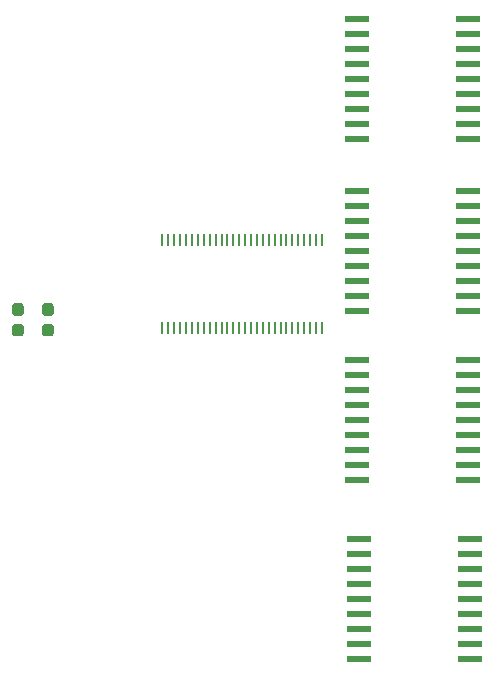
<source format=gtp>
G04 #@! TF.GenerationSoftware,KiCad,Pcbnew,(5.1.5)-3*
G04 #@! TF.CreationDate,2020-04-29T17:43:41-04:00*
G04 #@! TF.ProjectId,ufcs,75666373-2e6b-4696-9361-645f70636258,rev?*
G04 #@! TF.SameCoordinates,Original*
G04 #@! TF.FileFunction,Paste,Top*
G04 #@! TF.FilePolarity,Positive*
%FSLAX46Y46*%
G04 Gerber Fmt 4.6, Leading zero omitted, Abs format (unit mm)*
G04 Created by KiCad (PCBNEW (5.1.5)-3) date 2020-04-29 17:43:41*
%MOMM*%
%LPD*%
G04 APERTURE LIST*
%ADD10C,0.100000*%
%ADD11R,2.000000X0.600000*%
%ADD12R,0.285000X1.000000*%
G04 APERTURE END LIST*
D10*
G36*
X130372279Y-114778144D02*
G01*
X130395334Y-114781563D01*
X130417943Y-114787227D01*
X130439887Y-114795079D01*
X130460957Y-114805044D01*
X130480948Y-114817026D01*
X130499668Y-114830910D01*
X130516938Y-114846562D01*
X130532590Y-114863832D01*
X130546474Y-114882552D01*
X130558456Y-114902543D01*
X130568421Y-114923613D01*
X130576273Y-114945557D01*
X130581937Y-114968166D01*
X130585356Y-114991221D01*
X130586500Y-115014500D01*
X130586500Y-115589500D01*
X130585356Y-115612779D01*
X130581937Y-115635834D01*
X130576273Y-115658443D01*
X130568421Y-115680387D01*
X130558456Y-115701457D01*
X130546474Y-115721448D01*
X130532590Y-115740168D01*
X130516938Y-115757438D01*
X130499668Y-115773090D01*
X130480948Y-115786974D01*
X130460957Y-115798956D01*
X130439887Y-115808921D01*
X130417943Y-115816773D01*
X130395334Y-115822437D01*
X130372279Y-115825856D01*
X130349000Y-115827000D01*
X129874000Y-115827000D01*
X129850721Y-115825856D01*
X129827666Y-115822437D01*
X129805057Y-115816773D01*
X129783113Y-115808921D01*
X129762043Y-115798956D01*
X129742052Y-115786974D01*
X129723332Y-115773090D01*
X129706062Y-115757438D01*
X129690410Y-115740168D01*
X129676526Y-115721448D01*
X129664544Y-115701457D01*
X129654579Y-115680387D01*
X129646727Y-115658443D01*
X129641063Y-115635834D01*
X129637644Y-115612779D01*
X129636500Y-115589500D01*
X129636500Y-115014500D01*
X129637644Y-114991221D01*
X129641063Y-114968166D01*
X129646727Y-114945557D01*
X129654579Y-114923613D01*
X129664544Y-114902543D01*
X129676526Y-114882552D01*
X129690410Y-114863832D01*
X129706062Y-114846562D01*
X129723332Y-114830910D01*
X129742052Y-114817026D01*
X129762043Y-114805044D01*
X129783113Y-114795079D01*
X129805057Y-114787227D01*
X129827666Y-114781563D01*
X129850721Y-114778144D01*
X129874000Y-114777000D01*
X130349000Y-114777000D01*
X130372279Y-114778144D01*
G37*
G36*
X130372279Y-113028144D02*
G01*
X130395334Y-113031563D01*
X130417943Y-113037227D01*
X130439887Y-113045079D01*
X130460957Y-113055044D01*
X130480948Y-113067026D01*
X130499668Y-113080910D01*
X130516938Y-113096562D01*
X130532590Y-113113832D01*
X130546474Y-113132552D01*
X130558456Y-113152543D01*
X130568421Y-113173613D01*
X130576273Y-113195557D01*
X130581937Y-113218166D01*
X130585356Y-113241221D01*
X130586500Y-113264500D01*
X130586500Y-113839500D01*
X130585356Y-113862779D01*
X130581937Y-113885834D01*
X130576273Y-113908443D01*
X130568421Y-113930387D01*
X130558456Y-113951457D01*
X130546474Y-113971448D01*
X130532590Y-113990168D01*
X130516938Y-114007438D01*
X130499668Y-114023090D01*
X130480948Y-114036974D01*
X130460957Y-114048956D01*
X130439887Y-114058921D01*
X130417943Y-114066773D01*
X130395334Y-114072437D01*
X130372279Y-114075856D01*
X130349000Y-114077000D01*
X129874000Y-114077000D01*
X129850721Y-114075856D01*
X129827666Y-114072437D01*
X129805057Y-114066773D01*
X129783113Y-114058921D01*
X129762043Y-114048956D01*
X129742052Y-114036974D01*
X129723332Y-114023090D01*
X129706062Y-114007438D01*
X129690410Y-113990168D01*
X129676526Y-113971448D01*
X129664544Y-113951457D01*
X129654579Y-113930387D01*
X129646727Y-113908443D01*
X129641063Y-113885834D01*
X129637644Y-113862779D01*
X129636500Y-113839500D01*
X129636500Y-113264500D01*
X129637644Y-113241221D01*
X129641063Y-113218166D01*
X129646727Y-113195557D01*
X129654579Y-113173613D01*
X129664544Y-113152543D01*
X129676526Y-113132552D01*
X129690410Y-113113832D01*
X129706062Y-113096562D01*
X129723332Y-113080910D01*
X129742052Y-113067026D01*
X129762043Y-113055044D01*
X129783113Y-113045079D01*
X129805057Y-113037227D01*
X129827666Y-113031563D01*
X129850721Y-113028144D01*
X129874000Y-113027000D01*
X130349000Y-113027000D01*
X130372279Y-113028144D01*
G37*
G36*
X132912279Y-113028144D02*
G01*
X132935334Y-113031563D01*
X132957943Y-113037227D01*
X132979887Y-113045079D01*
X133000957Y-113055044D01*
X133020948Y-113067026D01*
X133039668Y-113080910D01*
X133056938Y-113096562D01*
X133072590Y-113113832D01*
X133086474Y-113132552D01*
X133098456Y-113152543D01*
X133108421Y-113173613D01*
X133116273Y-113195557D01*
X133121937Y-113218166D01*
X133125356Y-113241221D01*
X133126500Y-113264500D01*
X133126500Y-113839500D01*
X133125356Y-113862779D01*
X133121937Y-113885834D01*
X133116273Y-113908443D01*
X133108421Y-113930387D01*
X133098456Y-113951457D01*
X133086474Y-113971448D01*
X133072590Y-113990168D01*
X133056938Y-114007438D01*
X133039668Y-114023090D01*
X133020948Y-114036974D01*
X133000957Y-114048956D01*
X132979887Y-114058921D01*
X132957943Y-114066773D01*
X132935334Y-114072437D01*
X132912279Y-114075856D01*
X132889000Y-114077000D01*
X132414000Y-114077000D01*
X132390721Y-114075856D01*
X132367666Y-114072437D01*
X132345057Y-114066773D01*
X132323113Y-114058921D01*
X132302043Y-114048956D01*
X132282052Y-114036974D01*
X132263332Y-114023090D01*
X132246062Y-114007438D01*
X132230410Y-113990168D01*
X132216526Y-113971448D01*
X132204544Y-113951457D01*
X132194579Y-113930387D01*
X132186727Y-113908443D01*
X132181063Y-113885834D01*
X132177644Y-113862779D01*
X132176500Y-113839500D01*
X132176500Y-113264500D01*
X132177644Y-113241221D01*
X132181063Y-113218166D01*
X132186727Y-113195557D01*
X132194579Y-113173613D01*
X132204544Y-113152543D01*
X132216526Y-113132552D01*
X132230410Y-113113832D01*
X132246062Y-113096562D01*
X132263332Y-113080910D01*
X132282052Y-113067026D01*
X132302043Y-113055044D01*
X132323113Y-113045079D01*
X132345057Y-113037227D01*
X132367666Y-113031563D01*
X132390721Y-113028144D01*
X132414000Y-113027000D01*
X132889000Y-113027000D01*
X132912279Y-113028144D01*
G37*
G36*
X132912279Y-114778144D02*
G01*
X132935334Y-114781563D01*
X132957943Y-114787227D01*
X132979887Y-114795079D01*
X133000957Y-114805044D01*
X133020948Y-114817026D01*
X133039668Y-114830910D01*
X133056938Y-114846562D01*
X133072590Y-114863832D01*
X133086474Y-114882552D01*
X133098456Y-114902543D01*
X133108421Y-114923613D01*
X133116273Y-114945557D01*
X133121937Y-114968166D01*
X133125356Y-114991221D01*
X133126500Y-115014500D01*
X133126500Y-115589500D01*
X133125356Y-115612779D01*
X133121937Y-115635834D01*
X133116273Y-115658443D01*
X133108421Y-115680387D01*
X133098456Y-115701457D01*
X133086474Y-115721448D01*
X133072590Y-115740168D01*
X133056938Y-115757438D01*
X133039668Y-115773090D01*
X133020948Y-115786974D01*
X133000957Y-115798956D01*
X132979887Y-115808921D01*
X132957943Y-115816773D01*
X132935334Y-115822437D01*
X132912279Y-115825856D01*
X132889000Y-115827000D01*
X132414000Y-115827000D01*
X132390721Y-115825856D01*
X132367666Y-115822437D01*
X132345057Y-115816773D01*
X132323113Y-115808921D01*
X132302043Y-115798956D01*
X132282052Y-115786974D01*
X132263332Y-115773090D01*
X132246062Y-115757438D01*
X132230410Y-115740168D01*
X132216526Y-115721448D01*
X132204544Y-115701457D01*
X132194579Y-115680387D01*
X132186727Y-115658443D01*
X132181063Y-115635834D01*
X132177644Y-115612779D01*
X132176500Y-115589500D01*
X132176500Y-115014500D01*
X132177644Y-114991221D01*
X132181063Y-114968166D01*
X132186727Y-114945557D01*
X132194579Y-114923613D01*
X132204544Y-114902543D01*
X132216526Y-114882552D01*
X132230410Y-114863832D01*
X132246062Y-114846562D01*
X132263332Y-114830910D01*
X132282052Y-114817026D01*
X132302043Y-114805044D01*
X132323113Y-114795079D01*
X132345057Y-114787227D01*
X132367666Y-114781563D01*
X132390721Y-114778144D01*
X132414000Y-114777000D01*
X132889000Y-114777000D01*
X132912279Y-114778144D01*
G37*
D11*
X158977600Y-133007100D03*
X158977600Y-134277100D03*
X158977600Y-135547100D03*
X158977600Y-136817100D03*
X158977600Y-138087100D03*
X158977600Y-139357100D03*
X158977600Y-140627100D03*
X158977600Y-141897100D03*
X158977600Y-143167100D03*
X168377600Y-143167100D03*
X168377600Y-141897100D03*
X168377600Y-140627100D03*
X168377600Y-139357100D03*
X168377600Y-138087100D03*
X168377600Y-136817100D03*
X168377600Y-135547100D03*
X168377600Y-134277100D03*
X168377600Y-133007100D03*
X168225200Y-103543100D03*
X168225200Y-104813100D03*
X168225200Y-106083100D03*
X168225200Y-107353100D03*
X168225200Y-108623100D03*
X168225200Y-109893100D03*
X168225200Y-111163100D03*
X168225200Y-112433100D03*
X168225200Y-113703100D03*
X158825200Y-113703100D03*
X158825200Y-112433100D03*
X158825200Y-111163100D03*
X158825200Y-109893100D03*
X158825200Y-108623100D03*
X158825200Y-107353100D03*
X158825200Y-106083100D03*
X158825200Y-104813100D03*
X158825200Y-103543100D03*
X168250600Y-88963500D03*
X168250600Y-90233500D03*
X168250600Y-91503500D03*
X168250600Y-92773500D03*
X168250600Y-94043500D03*
X168250600Y-95313500D03*
X168250600Y-96583500D03*
X168250600Y-97853500D03*
X168250600Y-99123500D03*
X158850600Y-99123500D03*
X158850600Y-97853500D03*
X158850600Y-96583500D03*
X158850600Y-95313500D03*
X158850600Y-94043500D03*
X158850600Y-92773500D03*
X158850600Y-91503500D03*
X158850600Y-90233500D03*
X158850600Y-88963500D03*
X158850600Y-117792500D03*
X158850600Y-119062500D03*
X158850600Y-120332500D03*
X158850600Y-121602500D03*
X158850600Y-122872500D03*
X158850600Y-124142500D03*
X158850600Y-125412500D03*
X158850600Y-126682500D03*
X158850600Y-127952500D03*
X168250600Y-127952500D03*
X168250600Y-126682500D03*
X168250600Y-125412500D03*
X168250600Y-124142500D03*
X168250600Y-122872500D03*
X168250600Y-121602500D03*
X168250600Y-120332500D03*
X168250600Y-119062500D03*
X168250600Y-117792500D03*
D12*
X142348000Y-115129000D03*
X142848000Y-115129000D03*
X143348000Y-115129000D03*
X143848000Y-115129000D03*
X144348000Y-115129000D03*
X144848000Y-115129000D03*
X145348000Y-115129000D03*
X145848000Y-115129000D03*
X146348000Y-115129000D03*
X146848000Y-115129000D03*
X147348000Y-115129000D03*
X147848000Y-115129000D03*
X148348000Y-115129000D03*
X148848000Y-115129000D03*
X149348000Y-115129000D03*
X149848000Y-115129000D03*
X150348000Y-115129000D03*
X150848000Y-115129000D03*
X151348000Y-115129000D03*
X151848000Y-115129000D03*
X152348000Y-115129000D03*
X152848000Y-115129000D03*
X153348000Y-115129000D03*
X153848000Y-115129000D03*
X154348000Y-115129000D03*
X154848000Y-115129000D03*
X155348000Y-115129000D03*
X155848000Y-115129000D03*
X155848000Y-107629000D03*
X155348000Y-107629000D03*
X154848000Y-107629000D03*
X154348000Y-107629000D03*
X153848000Y-107629000D03*
X153348000Y-107629000D03*
X152848000Y-107629000D03*
X152348000Y-107629000D03*
X151848000Y-107629000D03*
X151348000Y-107629000D03*
X150848000Y-107629000D03*
X150348000Y-107629000D03*
X149848000Y-107629000D03*
X149348000Y-107629000D03*
X148848000Y-107629000D03*
X148348000Y-107629000D03*
X147848000Y-107629000D03*
X147348000Y-107629000D03*
X146848000Y-107629000D03*
X146348000Y-107629000D03*
X145848000Y-107629000D03*
X145348000Y-107629000D03*
X144848000Y-107629000D03*
X144348000Y-107629000D03*
X143848000Y-107629000D03*
X143348000Y-107629000D03*
X142848000Y-107629000D03*
X142348000Y-107629000D03*
M02*

</source>
